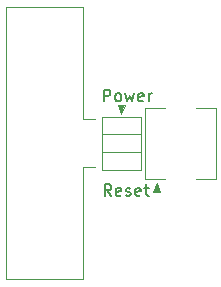
<source format=gto>
G04 #@! TF.GenerationSoftware,KiCad,Pcbnew,(5.1.9-0-10_14)*
G04 #@! TF.CreationDate,2021-04-11T20:09:15+09:00*
G04 #@! TF.ProjectId,RL78DebugConnector,524c3738-4465-4627-9567-436f6e6e6563,V1.0*
G04 #@! TF.SameCoordinates,Original*
G04 #@! TF.FileFunction,Legend,Top*
G04 #@! TF.FilePolarity,Positive*
%FSLAX46Y46*%
G04 Gerber Fmt 4.6, Leading zero omitted, Abs format (unit mm)*
G04 Created by KiCad (PCBNEW (5.1.9-0-10_14)) date 2021-04-11 20:09:15*
%MOMM*%
%LPD*%
G01*
G04 APERTURE LIST*
%ADD10C,0.100000*%
%ADD11C,0.150000*%
%ADD12C,0.120000*%
G04 APERTURE END LIST*
D10*
G36*
X-200000Y-4100000D02*
G01*
X-800000Y-4100000D01*
X-500000Y-3400000D01*
X-200000Y-4100000D01*
G37*
X-200000Y-4100000D02*
X-800000Y-4100000D01*
X-500000Y-3400000D01*
X-200000Y-4100000D01*
G36*
X-3500000Y2500000D02*
G01*
X-3800000Y3200000D01*
X-3200000Y3200000D01*
X-3500000Y2500000D01*
G37*
X-3500000Y2500000D02*
X-3800000Y3200000D01*
X-3200000Y3200000D01*
X-3500000Y2500000D01*
D11*
X-4976190Y3547619D02*
X-4976190Y4547619D01*
X-4595238Y4547619D01*
X-4500000Y4500000D01*
X-4452380Y4452380D01*
X-4404761Y4357142D01*
X-4404761Y4214285D01*
X-4452380Y4119047D01*
X-4500000Y4071428D01*
X-4595238Y4023809D01*
X-4976190Y4023809D01*
X-3833333Y3547619D02*
X-3928571Y3595238D01*
X-3976190Y3642857D01*
X-4023809Y3738095D01*
X-4023809Y4023809D01*
X-3976190Y4119047D01*
X-3928571Y4166666D01*
X-3833333Y4214285D01*
X-3690476Y4214285D01*
X-3595238Y4166666D01*
X-3547619Y4119047D01*
X-3500000Y4023809D01*
X-3500000Y3738095D01*
X-3547619Y3642857D01*
X-3595238Y3595238D01*
X-3690476Y3547619D01*
X-3833333Y3547619D01*
X-3166666Y4214285D02*
X-2976190Y3547619D01*
X-2785714Y4023809D01*
X-2595238Y3547619D01*
X-2404761Y4214285D01*
X-1642857Y3595238D02*
X-1738095Y3547619D01*
X-1928571Y3547619D01*
X-2023809Y3595238D01*
X-2071428Y3690476D01*
X-2071428Y4071428D01*
X-2023809Y4166666D01*
X-1928571Y4214285D01*
X-1738095Y4214285D01*
X-1642857Y4166666D01*
X-1595238Y4071428D01*
X-1595238Y3976190D01*
X-2071428Y3880952D01*
X-1166666Y3547619D02*
X-1166666Y4214285D01*
X-1166666Y4023809D02*
X-1119047Y4119047D01*
X-1071428Y4166666D01*
X-976190Y4214285D01*
X-880952Y4214285D01*
X-4338095Y-4452380D02*
X-4671428Y-3976190D01*
X-4909523Y-4452380D02*
X-4909523Y-3452380D01*
X-4528571Y-3452380D01*
X-4433333Y-3500000D01*
X-4385714Y-3547619D01*
X-4338095Y-3642857D01*
X-4338095Y-3785714D01*
X-4385714Y-3880952D01*
X-4433333Y-3928571D01*
X-4528571Y-3976190D01*
X-4909523Y-3976190D01*
X-3528571Y-4404761D02*
X-3623809Y-4452380D01*
X-3814285Y-4452380D01*
X-3909523Y-4404761D01*
X-3957142Y-4309523D01*
X-3957142Y-3928571D01*
X-3909523Y-3833333D01*
X-3814285Y-3785714D01*
X-3623809Y-3785714D01*
X-3528571Y-3833333D01*
X-3480952Y-3928571D01*
X-3480952Y-4023809D01*
X-3957142Y-4119047D01*
X-3100000Y-4404761D02*
X-3004761Y-4452380D01*
X-2814285Y-4452380D01*
X-2719047Y-4404761D01*
X-2671428Y-4309523D01*
X-2671428Y-4261904D01*
X-2719047Y-4166666D01*
X-2814285Y-4119047D01*
X-2957142Y-4119047D01*
X-3052380Y-4071428D01*
X-3100000Y-3976190D01*
X-3100000Y-3928571D01*
X-3052380Y-3833333D01*
X-2957142Y-3785714D01*
X-2814285Y-3785714D01*
X-2719047Y-3833333D01*
X-1861904Y-4404761D02*
X-1957142Y-4452380D01*
X-2147619Y-4452380D01*
X-2242857Y-4404761D01*
X-2290476Y-4309523D01*
X-2290476Y-3928571D01*
X-2242857Y-3833333D01*
X-2147619Y-3785714D01*
X-1957142Y-3785714D01*
X-1861904Y-3833333D01*
X-1814285Y-3928571D01*
X-1814285Y-4023809D01*
X-2290476Y-4119047D01*
X-1528571Y-3785714D02*
X-1147619Y-3785714D01*
X-1385714Y-3452380D02*
X-1385714Y-4309523D01*
X-1338095Y-4404761D01*
X-1242857Y-4452380D01*
X-1147619Y-4452380D01*
D12*
X-6750000Y2050000D02*
X-5700000Y2050000D01*
X-6750000Y2050000D02*
X-6750000Y2050000D01*
X-6750000Y11530000D02*
X-6750000Y2050000D01*
X-13250000Y11530000D02*
X-6750000Y11530000D01*
X-13250000Y-11530000D02*
X-13250000Y11530000D01*
X-6750000Y-11530000D02*
X-13250000Y-11530000D01*
X-6750000Y-2050000D02*
X-6750000Y-11530000D01*
X-5700000Y-2050000D02*
X-6750000Y-2050000D01*
X2800000Y3000000D02*
X4500000Y3000000D01*
X4500000Y3000000D02*
X4500000Y-3000000D01*
X4500000Y-3000000D02*
X2800000Y-3000000D01*
X200000Y-3000000D02*
X-1500000Y-3000000D01*
X-1500000Y-3000000D02*
X-1500000Y3000000D01*
X-1500000Y3000000D02*
X200000Y3000000D01*
X-5150000Y750000D02*
X-5150000Y-750000D01*
X-1850000Y750000D02*
X-1850000Y-750000D01*
X-5150000Y750000D02*
X-1850000Y750000D01*
X-5150000Y-750000D02*
X-1850000Y-750000D01*
X-5150000Y-750000D02*
X-5150000Y-2250000D01*
X-1850000Y-750000D02*
X-1850000Y-2250000D01*
X-5150000Y-750000D02*
X-1850000Y-750000D01*
X-5150000Y-2250000D02*
X-1850000Y-2250000D01*
X-1850000Y750000D02*
X-1850000Y2250000D01*
X-5150000Y750000D02*
X-5150000Y2250000D01*
X-1850000Y750000D02*
X-5150000Y750000D01*
X-1850000Y2250000D02*
X-5150000Y2250000D01*
M02*

</source>
